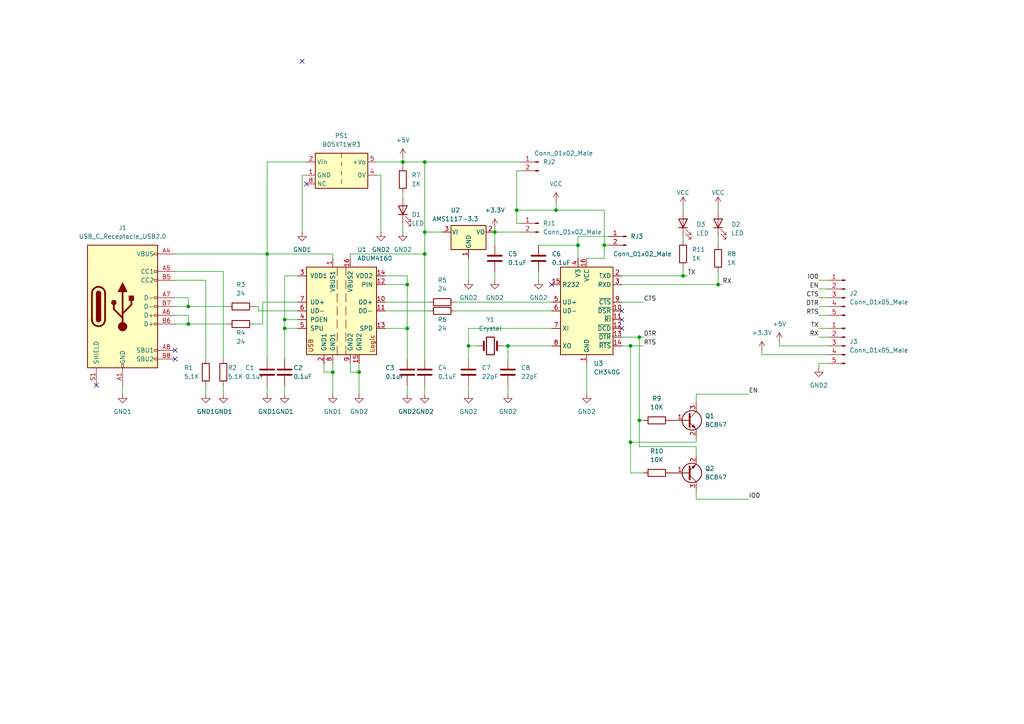
<source format=kicad_sch>
(kicad_sch (version 20211123) (generator eeschema)
  (paper "A4")
  (title_block (title "HIL-00 ISOLATED USB TO TTL"))
  (lib_symbols
    (symbol "Connector:Conn_01x02_Male" (pin_names (offset 1.016) hide)
      (property "Reference" "J" (at 0 2.54 0))
      (property "Value" "Conn_01x02_Male" (at 0 -5.08 0))
      (symbol "Conn_01x02_Male_1_1"
        (polyline (pts (xy 1.27 -2.54) (xy 0.8636 -2.54)) (stroke (width 0.1524)))
        (polyline (pts (xy 1.27 0) (xy 0.8636 0)) (stroke (width 0.1524)))
        (rectangle (start 0.8636 -2.413) (end 0 -2.667) (stroke (width 0.1524)) (fill (type outline)))
        (rectangle (start 0.8636 0.127) (end 0 -0.127) (stroke (width 0.1524)) (fill (type outline)))
        (pin passive line (at 5.08 0 180) (length 3.81) (name "Pin_1") (number "1"))
        (pin passive line (at 5.08 -2.54 180) (length 3.81) (name "Pin_2") (number "2"))
      )
    )
    (symbol "Connector:Conn_01x05_Male" (pin_names (offset 1.016) hide)
      (property "Reference" "J" (at 0 7.62 0))
      (property "Value" "Conn_01x05_Male" (at 0 -7.62 0))
      (symbol "Conn_01x05_Male_1_1"
        (polyline (pts (xy 1.27 -5.08) (xy 0.8636 -5.08)) (stroke (width 0.1524)))
        (polyline (pts (xy 1.27 -2.54) (xy 0.8636 -2.54)) (stroke (width 0.1524)))
        (polyline (pts (xy 1.27 0) (xy 0.8636 0)) (stroke (width 0.1524)))
        (polyline (pts (xy 1.27 2.54) (xy 0.8636 2.54)) (stroke (width 0.1524)))
        (polyline (pts (xy 1.27 5.08) (xy 0.8636 5.08)) (stroke (width 0.1524)))
        (rectangle (start 0.8636 -4.953) (end 0 -5.207) (stroke (width 0.1524)) (fill (type outline)))
        (rectangle (start 0.8636 -2.413) (end 0 -2.667) (stroke (width 0.1524)) (fill (type outline)))
        (rectangle (start 0.8636 0.127) (end 0 -0.127) (stroke (width 0.1524)) (fill (type outline)))
        (rectangle (start 0.8636 2.667) (end 0 2.413) (stroke (width 0.1524)) (fill (type outline)))
        (rectangle (start 0.8636 5.207) (end 0 4.953) (stroke (width 0.1524)) (fill (type outline)))
        (pin passive line (at 5.08 5.08 180) (length 3.81) (name "Pin_1") (number "1"))
        (pin passive line (at 5.08 2.54 180) (length 3.81) (name "Pin_2") (number "2"))
        (pin passive line (at 5.08 0 180) (length 3.81) (name "Pin_3") (number "3"))
        (pin passive line (at 5.08 -2.54 180) (length 3.81) (name "Pin_4") (number "4"))
        (pin passive line (at 5.08 -5.08 180) (length 3.81) (name "Pin_5") (number "5"))
      )
    )
    (symbol "Connector:USB_C_Receptacle_USB2.0" (pin_names (offset 1.016))
      (property "Reference" "J" (at -10.16 19.05 0))
      (property "Value" "USB_C_Receptacle_USB2.0" (at 19.05 19.05 0))
      (symbol "USB_C_Receptacle_USB2.0_0_0"
        (rectangle (start -0.254 -17.78) (end 0.254 -16.764))
        (rectangle (start 10.16 -14.986) (end 9.144 -15.494))
        (rectangle (start 10.16 -12.446) (end 9.144 -12.954))
        (rectangle (start 10.16 -4.826) (end 9.144 -5.334))
        (rectangle (start 10.16 -2.286) (end 9.144 -2.794))
        (rectangle (start 10.16 0.254) (end 9.144 -0.254))
        (rectangle (start 10.16 2.794) (end 9.144 2.286))
        (rectangle (start 10.16 7.874) (end 9.144 7.366))
        (rectangle (start 10.16 10.414) (end 9.144 9.906))
        (rectangle (start 10.16 15.494) (end 9.144 14.986))
      )
      (symbol "USB_C_Receptacle_USB2.0_0_1"
        (rectangle (start -10.16 17.78) (end 10.16 -17.78) (stroke (width 0.254)) (fill (type background)))
        (arc (start -8.89 -3.81) (mid -6.985 -5.715) (end -5.08 -3.81) (stroke (width 0.508)))
        (arc (start -7.62 -3.81) (mid -6.985 -4.445) (end -6.35 -3.81) (stroke (width 0.254)))
        (arc (start -7.62 -3.81) (mid -6.985 -4.445) (end -6.35 -3.81) (stroke (width 0.254)) (fill (type outline)))
        (rectangle (start -7.62 -3.81) (end -6.35 3.81) (stroke (width 0.254)) (fill (type outline)))
        (arc (start -6.35 3.81) (mid -6.985 4.445) (end -7.62 3.81) (stroke (width 0.254)))
        (arc (start -6.35 3.81) (mid -6.985 4.445) (end -7.62 3.81) (stroke (width 0.254)) (fill (type outline)))
        (arc (start -5.08 3.81) (mid -6.985 5.715) (end -8.89 3.81) (stroke (width 0.508)))
        (circle (center -2.54 1.143) (radius 0.635) (stroke (width 0.254)) (fill (type outline)))
        (circle (center 0 -5.842) (radius 1.27) (fill (type outline)))
        (polyline (pts (xy -8.89 -3.81) (xy -8.89 3.81)) (stroke (width 0.508)))
        (polyline (pts (xy -5.08 3.81) (xy -5.08 -3.81)) (stroke (width 0.508)))
        (polyline (pts (xy 0 -5.842) (xy 0 4.318)) (stroke (width 0.508)))
        (polyline (pts (xy 0 -3.302) (xy -2.54 -0.762) (xy -2.54 0.508)) (stroke (width 0.508)))
        (polyline (pts (xy 0 -2.032) (xy 2.54 0.508) (xy 2.54 1.778)) (stroke (width 0.508)))
        (polyline (pts (xy -1.27 4.318) (xy 0 6.858) (xy 1.27 4.318) (xy -1.27 4.318)) (stroke (width 0.254)) (fill (type outline)))
        (rectangle (start 1.905 1.778) (end 3.175 3.048) (stroke (width 0.254)) (fill (type outline)))
      )
      (symbol "USB_C_Receptacle_USB2.0_1_1"
        (pin passive line (at 0 -22.86 90) (length 5.08) (name "GND") (number "A1"))
        (pin passive line (at 0 -22.86 90) (length 5.08) hide (name "GND") (number "A12"))
        (pin passive line (at 15.24 15.24 180) (length 5.08) (name "VBUS") (number "A4"))
        (pin bidirectional line (at 15.24 10.16 180) (length 5.08) (name "CC1") (number "A5"))
        (pin bidirectional line (at 15.24 -2.54 180) (length 5.08) (name "D+") (number "A6"))
        (pin bidirectional line (at 15.24 2.54 180) (length 5.08) (name "D-") (number "A7"))
        (pin bidirectional line (at 15.24 -12.7 180) (length 5.08) (name "SBU1") (number "A8"))
        (pin passive line (at 15.24 15.24 180) (length 5.08) hide (name "VBUS") (number "A9"))
        (pin passive line (at 0 -22.86 90) (length 5.08) hide (name "GND") (number "B1"))
        (pin passive line (at 0 -22.86 90) (length 5.08) hide (name "GND") (number "B12"))
        (pin passive line (at 15.24 15.24 180) (length 5.08) hide (name "VBUS") (number "B4"))
        (pin bidirectional line (at 15.24 7.62 180) (length 5.08) (name "CC2") (number "B5"))
        (pin bidirectional line (at 15.24 -5.08 180) (length 5.08) (name "D+") (number "B6"))
        (pin bidirectional line (at 15.24 0 180) (length 5.08) (name "D-") (number "B7"))
        (pin bidirectional line (at 15.24 -15.24 180) (length 5.08) (name "SBU2") (number "B8"))
        (pin passive line (at 15.24 15.24 180) (length 5.08) hide (name "VBUS") (number "B9"))
        (pin passive line (at -7.62 -22.86 90) (length 5.08) (name "SHIELD") (number "S1"))
      )
    )
    (symbol "Converter_DCDC_SMD:B05XT1WR3"
      (property "Reference" "PS" (at -7.62 6.35 0))
      (property "Value" "B05XT1WR3" (at 1.27 6.35 0))
      (symbol "B05XT1WR3_0_0"
        (pin power_in line (at -10.16 -1.27 0) (length 2.54) (name "GND") (number "1"))
        (pin power_in line (at -10.16 2.54 0) (length 2.54) (name "Vin") (number "2"))
        (pin power_out line (at 10.16 -1.27 180) (length 2.54) (name "0V") (number "4"))
        (pin power_out line (at 10.16 2.54 180) (length 2.54) (name "+Vo") (number "5"))
        (pin power_in line (at -10.16 -3.81 0) (length 2.54) (name "NC") (number "8"))
      )
      (symbol "B05XT1WR3_0_1"
        (rectangle (start -7.62 5.08) (end 7.62 -5.08) (stroke (width 0.254)) (fill (type background)))
        (polyline (pts (xy 0 -2.54) (xy 0 -3.81)))
        (polyline (pts (xy 0 0) (xy 0 -1.27)))
        (polyline (pts (xy 0 2.54) (xy 0 1.27)))
        (polyline (pts (xy 0 5.08) (xy 0 3.81)))
      )
    )
    (symbol "Device:C" (pin_numbers hide) (pin_names (offset 0.254))
      (property "Reference" "C" (at 0.635 2.54 0))
      (property "Value" "C" (at 0.635 -2.54 0))
      (symbol "C_0_1"
        (polyline (pts (xy -2.032 -0.762) (xy 2.032 -0.762)) (stroke (width 0.508)))
        (polyline (pts (xy -2.032 0.762) (xy 2.032 0.762)) (stroke (width 0.508)))
      )
      (symbol "C_1_1"
        (pin passive line (at 0 3.81 270) (length 2.794) (name "~") (number "1"))
        (pin passive line (at 0 -3.81 90) (length 2.794) (name "~") (number "2"))
      )
    )
    (symbol "Device:Crystal" (pin_numbers hide) (pin_names (offset 1.016) hide)
      (property "Reference" "Y" (at 0 3.81 0))
      (property "Value" "Crystal" (at 0 -3.81 0))
      (symbol "Crystal_0_1"
        (rectangle (start -1.143 2.54) (end 1.143 -2.54) (stroke (width 0.3048)))
        (polyline (pts (xy -2.54 0) (xy -1.905 0)))
        (polyline (pts (xy -1.905 -1.27) (xy -1.905 1.27)) (stroke (width 0.508)))
        (polyline (pts (xy 1.905 -1.27) (xy 1.905 1.27)) (stroke (width 0.508)))
        (polyline (pts (xy 2.54 0) (xy 1.905 0)))
      )
      (symbol "Crystal_1_1"
        (pin passive line (at -3.81 0 0) (length 1.27) (name "1") (number "1"))
        (pin passive line (at 3.81 0 180) (length 1.27) (name "2") (number "2"))
      )
    )
    (symbol "Device:LED" (pin_numbers hide) (pin_names (offset 1.016) hide)
      (property "Reference" "D" (at 0 2.54 0))
      (property "Value" "LED" (at 0 -2.54 0))
      (symbol "LED_0_1"
        (polyline (pts (xy -1.27 -1.27) (xy -1.27 1.27)) (stroke (width 0.254)))
        (polyline (pts (xy -1.27 0) (xy 1.27 0)))
        (polyline (pts (xy 1.27 -1.27) (xy 1.27 1.27) (xy -1.27 0) (xy 1.27 -1.27)) (stroke (width 0.254)))
        (polyline (pts (xy -3.048 -0.762) (xy -4.572 -2.286) (xy -3.81 -2.286) (xy -4.572 -2.286) (xy -4.572 -1.524)))
        (polyline (pts (xy -1.778 -0.762) (xy -3.302 -2.286) (xy -2.54 -2.286) (xy -3.302 -2.286) (xy -3.302 -1.524)))
      )
      (symbol "LED_1_1"
        (pin passive line (at -3.81 0 0) (length 2.54) (name "K") (number "1"))
        (pin passive line (at 3.81 0 180) (length 2.54) (name "A") (number "2"))
      )
    )
    (symbol "Device:R" (pin_numbers hide) (pin_names (offset 0))
      (property "Reference" "R" (at 2.032 0 90))
      (property "Value" "R" (at 0 0 90))
      (symbol "R_0_1"
        (rectangle (start -1.016 -2.54) (end 1.016 2.54) (stroke (width 0.254)))
      )
      (symbol "R_1_1"
        (pin passive line (at 0 3.81 270) (length 1.27) (name "~") (number "1"))
        (pin passive line (at 0 -3.81 90) (length 1.27) (name "~") (number "2"))
      )
    )
    (symbol "Interface_USB:ADUM4160" (pin_names (offset 1.016))
      (property "Reference" "U" (at -10.16 13.97 0))
      (property "Value" "ADUM4160" (at 3.81 13.97 0))
      (symbol "ADUM4160_0_0"
        (text "Logic" (at 8.89 -12.065 900) (effects (font (size 1.27 1.27)) (justify left)))
      )
      (symbol "ADUM4160_0_1"
        (rectangle (start -10.16 12.7) (end 10.16 -12.7) (stroke (width 0.254)) (fill (type background)))
        (polyline (pts (xy -1.27 -10.16) (xy -1.27 -12.7)))
        (polyline (pts (xy -1.27 -6.35) (xy -1.27 -8.89)))
        (polyline (pts (xy -1.27 -2.54) (xy -1.27 -5.08)))
        (polyline (pts (xy -1.27 1.27) (xy -1.27 -1.27)))
        (polyline (pts (xy -1.27 5.08) (xy -1.27 2.54)))
        (polyline (pts (xy -1.27 8.89) (xy -1.27 6.35)))
        (polyline (pts (xy -1.27 12.7) (xy -1.27 10.16)))
        (polyline (pts (xy 1.27 -10.16) (xy 1.27 -12.7)))
        (polyline (pts (xy 1.27 -6.35) (xy 1.27 -8.89)))
        (polyline (pts (xy 1.27 -2.54) (xy 1.27 -5.08)))
        (polyline (pts (xy 1.27 1.27) (xy 1.27 -1.27)))
        (polyline (pts (xy 1.27 5.08) (xy 1.27 2.54)))
        (polyline (pts (xy 1.27 8.89) (xy 1.27 6.35)))
        (polyline (pts (xy 1.27 12.7) (xy 1.27 10.16)))
      )
      (symbol "ADUM4160_1_0"
        (text "USB" (at -8.89 -12.065 900) (effects (font (size 1.27 1.27)) (justify left)))
      )
      (symbol "ADUM4160_1_1"
        (pin power_in line (at -2.54 15.24 270) (length 2.54) (name "VBUS1") (number "1"))
        (pin bidirectional line (at 12.7 2.54 180) (length 2.54) (name "DD+") (number "10"))
        (pin bidirectional line (at 12.7 0 180) (length 2.54) (name "DD-") (number "11"))
        (pin input line (at 12.7 7.62 180) (length 2.54) (name "PIN") (number "12"))
        (pin input line (at 12.7 -5.08 180) (length 2.54) (name "SPD") (number "13"))
        (pin power_in line (at 12.7 10.16 180) (length 2.54) (name "VDD2") (number "14"))
        (pin power_in line (at 5.08 -15.24 90) (length 2.54) (name "GND2") (number "15"))
        (pin power_in line (at 2.54 15.24 270) (length 2.54) (name "VBUS2") (number "16"))
        (pin power_in line (at -5.08 -15.24 90) (length 2.54) (name "GND1") (number "2"))
        (pin power_in line (at -12.7 10.16 0) (length 2.54) (name "VDD1") (number "3"))
        (pin input line (at -12.7 -2.54 0) (length 2.54) (name "PDEN") (number "4"))
        (pin input line (at -12.7 -5.08 0) (length 2.54) (name "SPU") (number "5"))
        (pin bidirectional line (at -12.7 0 0) (length 2.54) (name "UD-") (number "6"))
        (pin bidirectional line (at -12.7 2.54 0) (length 2.54) (name "UD+") (number "7"))
        (pin power_in line (at -2.54 -15.24 90) (length 2.54) (name "GND1") (number "8"))
        (pin power_in line (at 2.54 -15.24 90) (length 2.54) (name "GND2") (number "9"))
      )
    )
    (symbol "Interface_USB:CH340G"
      (property "Reference" "U" (at -5.08 13.97 0))
      (property "Value" "CH340G" (at 1.27 13.97 0))
      (symbol "CH340G_0_1"
        (rectangle (start -7.62 12.7) (end 7.62 -12.7) (stroke (width 0.254)) (fill (type background)))
      )
      (symbol "CH340G_1_1"
        (pin power_in line (at 0 -15.24 90) (length 2.54) (name "GND") (number "1"))
        (pin input line (at 10.16 0 180) (length 2.54) (name "~{DSR}") (number "10"))
        (pin input line (at 10.16 -2.54 180) (length 2.54) (name "~{RI}") (number "11"))
        (pin input line (at 10.16 -5.08 180) (length 2.54) (name "~{DCD}") (number "12"))
        (pin output line (at 10.16 -7.62 180) (length 2.54) (name "~{DTR}") (number "13"))
        (pin output line (at 10.16 -10.16 180) (length 2.54) (name "~{RTS}") (number "14"))
        (pin input line (at -10.16 7.62 0) (length 2.54) (name "R232") (number "15"))
        (pin power_in line (at 0 15.24 270) (length 2.54) (name "VCC") (number "16"))
        (pin output line (at 10.16 10.16 180) (length 2.54) (name "TXD") (number "2"))
        (pin input line (at 10.16 7.62 180) (length 2.54) (name "RXD") (number "3"))
        (pin passive line (at -2.54 15.24 270) (length 2.54) (name "V3") (number "4"))
        (pin bidirectional line (at -10.16 2.54 0) (length 2.54) (name "UD+") (number "5"))
        (pin bidirectional line (at -10.16 0 0) (length 2.54) (name "UD-") (number "6"))
        (pin input line (at -10.16 -5.08 0) (length 2.54) (name "XI") (number "7"))
        (pin output line (at -10.16 -10.16 0) (length 2.54) (name "XO") (number "8"))
        (pin input line (at 10.16 2.54 180) (length 2.54) (name "~{CTS}") (number "9"))
      )
    )
    (symbol "Regulator_Linear:AMS1117-3.3" (pin_names (offset 0.254))
      (property "Reference" "U" (at -3.81 3.175 0))
      (property "Value" "AMS1117-3.3" (at 0 3.175 0))
      (symbol "AMS1117-3.3_0_1"
        (rectangle (start -5.08 -5.08) (end 5.08 1.905) (stroke (width 0.254)) (fill (type background)))
      )
      (symbol "AMS1117-3.3_1_1"
        (pin power_in line (at 0 -7.62 90) (length 2.54) (name "GND") (number "1"))
        (pin power_out line (at 7.62 0 180) (length 2.54) (name "VO") (number "2"))
        (pin power_in line (at -7.62 0 0) (length 2.54) (name "VI") (number "3"))
      )
    )
    (symbol "Transistor_BJT:BC847" (pin_names (offset 0) hide)
      (property "Reference" "Q" (at 5.08 1.905 0))
      (property "Value" "BC847" (at 5.08 0 0))
      (symbol "BC847_0_1"
        (polyline (pts (xy 0.635 0.635) (xy 2.54 2.54)))
        (polyline (pts (xy 0.635 -0.635) (xy 2.54 -2.54) (xy 2.54 -2.54)))
        (polyline (pts (xy 0.635 1.905) (xy 0.635 -1.905) (xy 0.635 -1.905)) (stroke (width 0.508)))
        (polyline (pts (xy 1.27 -1.778) (xy 1.778 -1.27) (xy 2.286 -2.286) (xy 1.27 -1.778) (xy 1.27 -1.778)) (fill (type outline)))
        (circle (center 1.27 0) (radius 2.8194) (stroke (width 0.254)))
      )
      (symbol "BC847_1_1"
        (pin input line (at -5.08 0 0) (length 5.715) (name "B") (number "1"))
        (pin passive line (at 2.54 -5.08 90) (length 2.54) (name "E") (number "2"))
        (pin passive line (at 2.54 5.08 270) (length 2.54) (name "C") (number "3"))
      )
    )
    (symbol "power:+3.3V" (power) (pin_names (offset 0))
      (property "Value" "+3.3V" (at 0 3.556 0))
      (symbol "+3.3V_0_1"
        (polyline (pts (xy -0.762 1.27) (xy 0 2.54)))
        (polyline (pts (xy 0 0) (xy 0 2.54)))
        (polyline (pts (xy 0 2.54) (xy 0.762 1.27)))
      )
      (symbol "+3.3V_1_1"
        (pin power_in line (at 0 0 90) (length 0) hide (name "+3.3V") (number "1"))
      )
    )
    (symbol "power:+5V" (power) (pin_names (offset 0))
      (property "Value" "+5V" (at 0 3.556 0))
      (symbol "+5V_0_1"
        (polyline (pts (xy -0.762 1.27) (xy 0 2.54)))
        (polyline (pts (xy 0 0) (xy 0 2.54)))
        (polyline (pts (xy 0 2.54) (xy 0.762 1.27)))
      )
      (symbol "+5V_1_1"
        (pin power_in line (at 0 0 90) (length 0) hide (name "+5V") (number "1"))
      )
    )
    (symbol "power:GND1" (power) (pin_names (offset 0))
      (property "Value" "GND1" (at 0 -3.81 0))
      (symbol "GND1_0_1"
        (polyline (pts (xy 0 0) (xy 0 -1.27) (xy 1.27 -1.27) (xy 0 -2.54) (xy -1.27 -1.27) (xy 0 -1.27)))
      )
      (symbol "GND1_1_1"
        (pin power_in line (at 0 0 270) (length 0) hide (name "GND1") (number "1"))
      )
    )
    (symbol "power:GND2" (power) (pin_names (offset 0))
      (property "Value" "GND2" (at 0 -3.81 0))
      (symbol "GND2_0_1"
        (polyline (pts (xy 0 0) (xy 0 -1.27) (xy 1.27 -1.27) (xy 0 -2.54) (xy -1.27 -1.27) (xy 0 -1.27)))
      )
      (symbol "GND2_1_1"
        (pin power_in line (at 0 0 270) (length 0) hide (name "GND2") (number "1"))
      )
    )
    (symbol "power:VCC" (power) (pin_names (offset 0))
      (property "Value" "VCC" (at 0 3.81 0))
      (symbol "VCC_0_1"
        (polyline (pts (xy -0.762 1.27) (xy 0 2.54)))
        (polyline (pts (xy 0 0) (xy 0 2.54)))
        (polyline (pts (xy 0 2.54) (xy 0.762 1.27)))
      )
      (symbol "VCC_1_1"
        (pin power_in line (at 0 0 90) (length 0) hide (name "VCC") (number "1"))
      )
    )
  )
  (junction (at 161.29 60.96))
  (junction (at 96.52 107.95))
  (junction (at 185.42 121.92))
  (junction (at 77.47 73.66))
  (junction (at 123.19 73.66))
  (junction (at 82.55 92.71))
  (junction (at 147.32 100.33))
  (junction (at 143.51 67.31))
  (junction (at 167.64 71.12))
  (junction (at 175.26 71.12))
  (junction (at 104.14 107.95))
  (junction (at 123.19 46.99))
  (junction (at 149.86 60.96))
  (junction (at 182.88 100.33))
  (junction (at 118.11 82.55))
  (junction (at 118.11 95.25))
  (junction (at 198.12 80.01))
  (junction (at 182.88 128.27))
  (junction (at 116.84 46.99))
  (junction (at 208.28 82.55))
  (junction (at 54.61 88.9))
  (junction (at 123.19 67.31))
  (junction (at 135.89 100.33))
  (junction (at 185.42 97.79))
  (junction (at 54.61 93.98))
  (junction (at 82.55 95.25))
  (no_connect (at 27.94 111.76))
  (no_connect (at 180.34 92.71))
  (no_connect (at 87.63 17.78))
  (no_connect (at 50.8 104.14))
  (no_connect (at 50.8 101.6))
  (no_connect (at 160.02 82.55))
  (no_connect (at 180.34 95.25))
  (no_connect (at 180.34 90.17))
  (no_connect (at 88.9 53.34))
  (wire (pts (xy 54.61 91.44) (xy 54.61 93.98)))
  (wire (pts (xy 111.76 80.01) (xy 118.11 80.01)))
  (wire (pts (xy 118.11 111.76) (xy 118.11 114.3)))
  (wire (pts (xy 132.08 87.63) (xy 160.02 87.63)))
  (wire (pts (xy 88.9 50.8) (xy 87.63 50.8)))
  (wire (pts (xy 237.49 106.68) (xy 237.49 105.41)))
  (wire (pts (xy 237.49 97.79) (xy 240.03 97.79)))
  (wire (pts (xy 82.55 92.71) (xy 82.55 95.25)))
  (wire (pts (xy 182.88 137.16) (xy 186.69 137.16)))
  (wire (pts (xy 82.55 95.25) (xy 82.55 104.14)))
  (wire (pts (xy 135.89 100.33) (xy 135.89 104.14)))
  (wire (pts (xy 111.76 87.63) (xy 124.46 87.63)))
  (wire (pts (xy 82.55 80.01) (xy 82.55 92.71)))
  (wire (pts (xy 167.64 68.58) (xy 176.53 68.58)))
  (wire (pts (xy 35.56 111.76) (xy 35.56 114.3)))
  (wire (pts (xy 111.76 90.17) (xy 124.46 90.17)))
  (wire (pts (xy 156.21 78.74) (xy 156.21 81.28)))
  (wire (pts (xy 93.98 105.41) (xy 93.98 107.95)))
  (wire (pts (xy 201.93 114.3) (xy 201.93 116.84)))
  (wire (pts (xy 135.89 74.93) (xy 135.89 81.28)))
  (wire (pts (xy 118.11 82.55) (xy 118.11 95.25)))
  (wire (pts (xy 87.63 50.8) (xy 87.63 67.31)))
  (wire (pts (xy 50.8 91.44) (xy 54.61 91.44)))
  (wire (pts (xy 54.61 93.98) (xy 50.8 93.98)))
  (wire (pts (xy 180.34 82.55) (xy 208.28 82.55)))
  (wire (pts (xy 147.32 100.33) (xy 160.02 100.33)))
  (wire (pts (xy 201.93 127) (xy 201.93 128.27)))
  (wire (pts (xy 101.6 107.95) (xy 104.14 107.95)))
  (wire (pts (xy 182.88 128.27) (xy 182.88 137.16)))
  (wire (pts (xy 82.55 80.01) (xy 86.36 80.01)))
  (wire (pts (xy 104.14 105.41) (xy 104.14 107.95)))
  (wire (pts (xy 132.08 90.17) (xy 160.02 90.17)))
  (wire (pts (xy 123.19 67.31) (xy 128.27 67.31)))
  (wire (pts (xy 111.76 82.55) (xy 118.11 82.55)))
  (wire (pts (xy 82.55 92.71) (xy 86.36 92.71)))
  (wire (pts (xy 111.76 95.25) (xy 118.11 95.25)))
  (wire (pts (xy 116.84 55.88) (xy 116.84 57.15)))
  (wire (pts (xy 180.34 80.01) (xy 198.12 80.01)))
  (wire (pts (xy 64.77 111.76) (xy 64.77 114.3)))
  (wire (pts (xy 167.64 71.12) (xy 156.21 71.12)))
  (wire (pts (xy 198.12 59.69) (xy 198.12 60.96)))
  (wire (pts (xy 82.55 95.25) (xy 86.36 95.25)))
  (wire (pts (xy 143.51 78.74) (xy 143.51 81.28)))
  (wire (pts (xy 143.51 66.04) (xy 143.51 67.31)))
  (wire (pts (xy 237.49 86.36) (xy 240.03 86.36)))
  (wire (pts (xy 74.93 90.17) (xy 86.36 90.17)))
  (wire (pts (xy 50.8 73.66) (xy 77.47 73.66)))
  (wire (pts (xy 96.52 107.95) (xy 96.52 114.3)))
  (wire (pts (xy 198.12 80.01) (xy 198.12 77.47)))
  (wire (pts (xy 118.11 80.01) (xy 118.11 82.55)))
  (wire (pts (xy 237.49 95.25) (xy 240.03 95.25)))
  (wire (pts (xy 147.32 111.76) (xy 147.32 114.3)))
  (wire (pts (xy 116.84 64.77) (xy 116.84 67.31)))
  (wire (pts (xy 175.26 60.96) (xy 175.26 71.12)))
  (wire (pts (xy 96.52 73.66) (xy 96.52 74.93)))
  (wire (pts (xy 59.69 111.76) (xy 59.69 114.3)))
  (wire (pts (xy 77.47 111.76) (xy 77.47 114.3)))
  (wire (pts (xy 220.98 101.6) (xy 220.98 102.87)))
  (wire (pts (xy 82.55 111.76) (xy 82.55 114.3)))
  (wire (pts (xy 201.93 114.3) (xy 217.17 114.3)))
  (wire (pts (xy 220.98 102.87) (xy 240.03 102.87)))
  (wire (pts (xy 76.2 87.63) (xy 86.36 87.63)))
  (wire (pts (xy 237.49 105.41) (xy 240.03 105.41)))
  (wire (pts (xy 116.84 46.99) (xy 123.19 46.99)))
  (wire (pts (xy 109.22 50.8) (xy 110.49 50.8)))
  (wire (pts (xy 50.8 86.36) (xy 54.61 86.36)))
  (wire (pts (xy 110.49 50.8) (xy 110.49 67.31)))
  (wire (pts (xy 77.47 46.99) (xy 77.47 73.66)))
  (wire (pts (xy 201.93 129.54) (xy 185.42 129.54)))
  (wire (pts (xy 54.61 88.9) (xy 50.8 88.9)))
  (wire (pts (xy 237.49 83.82) (xy 240.03 83.82)))
  (wire (pts (xy 123.19 111.76) (xy 123.19 114.3)))
  (wire (pts (xy 208.28 68.58) (xy 208.28 71.12)))
  (wire (pts (xy 64.77 78.74) (xy 64.77 104.14)))
  (wire (pts (xy 182.88 100.33) (xy 186.69 100.33)))
  (wire (pts (xy 198.12 80.01) (xy 199.39 80.01)))
  (wire (pts (xy 149.86 64.77) (xy 151.13 64.77)))
  (wire (pts (xy 135.89 111.76) (xy 135.89 114.3)))
  (wire (pts (xy 237.49 81.28) (xy 240.03 81.28)))
  (wire (pts (xy 54.61 86.36) (xy 54.61 88.9)))
  (wire (pts (xy 101.6 74.93) (xy 101.6 73.66)))
  (wire (pts (xy 77.47 73.66) (xy 96.52 73.66)))
  (wire (pts (xy 146.05 100.33) (xy 147.32 100.33)))
  (wire (pts (xy 109.22 46.99) (xy 116.84 46.99)))
  (wire (pts (xy 149.86 60.96) (xy 149.86 64.77)))
  (wire (pts (xy 185.42 97.79) (xy 186.69 97.79)))
  (wire (pts (xy 147.32 100.33) (xy 147.32 104.14)))
  (wire (pts (xy 175.26 74.93) (xy 170.18 74.93)))
  (wire (pts (xy 93.98 107.95) (xy 96.52 107.95)))
  (wire (pts (xy 76.2 93.98) (xy 76.2 87.63)))
  (wire (pts (xy 201.93 144.78) (xy 201.93 142.24)))
  (wire (pts (xy 138.43 100.33) (xy 135.89 100.33)))
  (wire (pts (xy 123.19 67.31) (xy 123.19 73.66)))
  (wire (pts (xy 73.66 93.98) (xy 76.2 93.98)))
  (wire (pts (xy 208.28 82.55) (xy 209.55 82.55)))
  (wire (pts (xy 208.28 82.55) (xy 208.28 78.74)))
  (wire (pts (xy 180.34 97.79) (xy 185.42 97.79)))
  (wire (pts (xy 59.69 81.28) (xy 59.69 104.14)))
  (wire (pts (xy 185.42 121.92) (xy 186.69 121.92)))
  (wire (pts (xy 201.93 129.54) (xy 201.93 132.08)))
  (wire (pts (xy 182.88 100.33) (xy 182.88 128.27)))
  (wire (pts (xy 123.19 73.66) (xy 123.19 104.14)))
  (wire (pts (xy 101.6 73.66) (xy 123.19 73.66)))
  (wire (pts (xy 123.19 46.99) (xy 151.13 46.99)))
  (wire (pts (xy 161.29 60.96) (xy 175.26 60.96)))
  (wire (pts (xy 237.49 91.44) (xy 240.03 91.44)))
  (wire (pts (xy 50.8 78.74) (xy 64.77 78.74)))
  (wire (pts (xy 167.64 74.93) (xy 167.64 71.12)))
  (wire (pts (xy 54.61 88.9) (xy 66.04 88.9)))
  (wire (pts (xy 104.14 107.95) (xy 104.14 114.3)))
  (wire (pts (xy 167.64 71.12) (xy 167.64 68.58)))
  (wire (pts (xy 74.93 88.9) (xy 74.93 90.17)))
  (wire (pts (xy 118.11 95.25) (xy 118.11 104.14)))
  (wire (pts (xy 201.93 144.78) (xy 217.17 144.78)))
  (wire (pts (xy 175.26 71.12) (xy 175.26 74.93)))
  (wire (pts (xy 185.42 97.79) (xy 185.42 121.92)))
  (wire (pts (xy 101.6 105.41) (xy 101.6 107.95)))
  (wire (pts (xy 135.89 95.25) (xy 135.89 100.33)))
  (wire (pts (xy 96.52 105.41) (xy 96.52 107.95)))
  (wire (pts (xy 161.29 58.42) (xy 161.29 60.96)))
  (wire (pts (xy 175.26 71.12) (xy 176.53 71.12)))
  (wire (pts (xy 180.34 100.33) (xy 182.88 100.33)))
  (wire (pts (xy 208.28 59.69) (xy 208.28 60.96)))
  (wire (pts (xy 143.51 67.31) (xy 151.13 67.31)))
  (wire (pts (xy 116.84 45.72) (xy 116.84 46.99)))
  (wire (pts (xy 116.84 46.99) (xy 116.84 48.26)))
  (wire (pts (xy 54.61 93.98) (xy 66.04 93.98)))
  (wire (pts (xy 201.93 128.27) (xy 182.88 128.27)))
  (wire (pts (xy 88.9 46.99) (xy 77.47 46.99)))
  (wire (pts (xy 149.86 49.53) (xy 149.86 60.96)))
  (wire (pts (xy 149.86 60.96) (xy 161.29 60.96)))
  (wire (pts (xy 226.06 99.06) (xy 226.06 100.33)))
  (wire (pts (xy 237.49 88.9) (xy 240.03 88.9)))
  (wire (pts (xy 226.06 100.33) (xy 240.03 100.33)))
  (wire (pts (xy 180.34 87.63) (xy 186.69 87.63)))
  (wire (pts (xy 77.47 73.66) (xy 77.47 104.14)))
  (wire (pts (xy 143.51 67.31) (xy 143.51 71.12)))
  (wire (pts (xy 198.12 68.58) (xy 198.12 69.85)))
  (wire (pts (xy 123.19 46.99) (xy 123.19 67.31)))
  (wire (pts (xy 170.18 105.41) (xy 170.18 114.3)))
  (wire (pts (xy 73.66 88.9) (xy 74.93 88.9)))
  (wire (pts (xy 50.8 81.28) (xy 59.69 81.28)))
  (wire (pts (xy 185.42 129.54) (xy 185.42 121.92)))
  (wire (pts (xy 149.86 49.53) (xy 151.13 49.53)))
  (wire (pts (xy 160.02 95.25) (xy 135.89 95.25)))
  (label "RX" (at 209.55 82.55 0))
  (label "RTS" (at 237.49 91.44 180))
  (label "TX" (at 199.39 80.01 0))
  (label "DTR" (at 237.49 88.9 180))
  (label "IO0" (at 217.17 144.78 0))
  (label "CTS" (at 186.69 87.63 0))
  (label "RTS" (at 186.69 100.33 0))
  (label "TX" (at 237.49 95.25 180))
  (label "EN" (at 217.17 114.3 0))
  (label "RX" (at 237.49 97.79 180))
  (label "IO0" (at 237.49 81.28 180))
  (label "EN" (at 237.49 83.82 180))
  (label "CTS" (at 237.49 86.36 180))
  (label "DTR" (at 186.69 97.79 0))
  (symbol (lib_id "Device:C") (at 82.55 107.95 0) (unit 1)
    (property "Reference" "C2" (at 85.09 106.68 0) (effects (justify left)))
    (property "Value" "0.1uF" (at 85.09 109.22 0) (effects (justify left)))
    (property "Footprint" "Capacitor_SMD:C_0805_2012Metric_Pad1.18x1.45mm_HandSolder" (effects hide))
  )
  (symbol (lib_id "Regulator_Linear:AMS1117-3.3") (at 135.89 67.31 0) (unit 1)
    (property "Reference" "U2" (at 132.08 60.96 0))
    (property "Value" "AMS1117-3.3" (at 132.08 63.5 0))
    (property "Footprint" "Package_TO_SOT_SMD:SOT-223-3_TabPin2" (effects hide))
    (property "Datasheet" "http://www.advanced-monolithic.com/pdf/ds1117.pdf" (effects hide))
  )
  (symbol (lib_id "Device:C") (at 156.21 74.93 0) (unit 1)
    (property "Reference" "C6" (at 160.02 73.6599 0) (effects (justify left)))
    (property "Value" "0.1uF" (at 160.02 76.1999 0) (effects (justify left)))
    (property "Footprint" "Capacitor_SMD:C_0805_2012Metric_Pad1.18x1.45mm_HandSolder" (effects hide))
  )
  (symbol (lib_id "Device:C") (at 143.51 74.93 0) (unit 1)
    (property "Reference" "C5" (at 147.32 73.6599 0) (effects (justify left)))
    (property "Value" "0.1uF" (at 147.32 76.1999 0) (effects (justify left)))
    (property "Footprint" "Capacitor_SMD:C_0805_2012Metric_Pad1.18x1.45mm_HandSolder" (effects hide))
  )
  (symbol (lib_id "power:GND2") (at 116.84 67.31 0) (unit 1)
    (property "Reference" "#PWR0118" (effects hide))
    (property "Value" "GND2" (at 116.84 72.39 0))
  )
  (symbol (lib_id "power:GND2") (at 143.51 81.28 0) (unit 1)
    (property "Reference" "#PWR0116" (effects hide))
    (property "Value" "GND2" (at 143.51 86.36 0))
  )
  (symbol (lib_id "power:GND1") (at 82.55 114.3 0) (unit 1)
    (property "Reference" "#PWR0102" (effects hide))
    (property "Value" "GND1" (at 82.55 119.38 0))
  )
  (symbol (lib_id "power:GND2") (at 110.49 67.31 0) (unit 1)
    (property "Reference" "#PWR0112" (effects hide))
    (property "Value" "GND2" (at 110.49 72.39 0))
  )
  (symbol (lib_id "power:GND1") (at 87.63 67.31 0) (unit 1)
    (property "Reference" "#PWR0111" (effects hide))
    (property "Value" "GND1" (at 87.63 72.39 0))
  )
  (symbol (lib_id "Device:R") (at 198.12 73.66 0) (unit 1)
    (property "Reference" "R11" (at 200.66 72.3899 0) (effects (justify left)))
    (property "Value" "1K" (at 200.66 74.9299 0) (effects (justify left)))
    (property "Footprint" "Resistor_SMD:R_0805_2012Metric_Pad1.20x1.40mm_HandSolder" (effects hide))
  )
  (symbol (lib_id "Transistor_BJT:BC847") (at 199.39 137.16 0) (mirror x) (unit 1)
    (property "Reference" "Q2" (at 204.47 135.8899 0) (effects (justify left)))
    (property "Value" "BC847" (at 204.47 138.43 0) (effects (justify left)))
    (property "Footprint" "Package_TO_SOT_SMD:SOT-23" (effects hide))
    (property "Datasheet" "http://www.infineon.com/dgdl/Infineon-BC847SERIES_BC848SERIES_BC849SERIES_BC850SERIES-DS-v01_01-en.pdf?fileId=db3a304314dca389011541d4630a1657" (effects hide))
  )
  (symbol (lib_id "power:GND2") (at 237.49 106.68 0) (unit 1)
    (property "Reference" "#PWR0124" (effects hide))
    (property "Value" "GND2" (at 237.49 111.76 0))
  )
  (symbol (lib_id "Connector:USB_C_Receptacle_USB2.0") (at 35.56 88.9 0) (unit 1)
    (property "Reference" "J1" (at 35.56 66.04 0))
    (property "Value" "USB_C_Receptacle_USB2.0" (at 35.56 68.58 0))
    (property "Footprint" "Connector_USB:USB_C_Receptacle_HRO_TYPE-C-31-M-12" (effects hide))
    (property "Datasheet" "https://www.usb.org/sites/default/files/documents/usb_type-c.zip" (effects hide))
  )
  (symbol (lib_id "Converter_DCDC_SMD:B05XT1WR3") (at 99.06 49.53 0) (unit 1)
    (property "Reference" "PS1" (at 99.06 39.37 0))
    (property "Value" "B05XT1WR3" (at 99.06 41.91 0))
    (property "Footprint" "Converter_DCDC_SMD:Converter_DCDC_Mornsun_B05_XT_1WR3_SMD" (effects hide))
    (property "Datasheet" "https://mornsun-power.com/html/pdf/B0505XT-1WR3.html" (effects hide))
  )
  (symbol (lib_id "Device:C") (at 123.19 107.95 0) (unit 1)
    (property "Reference" "C4" (at 127 106.6799 0) (effects (justify left)))
    (property "Value" "0.1uF" (at 127 109.2199 0) (effects (justify left)))
    (property "Footprint" "Capacitor_SMD:C_0805_2012Metric_Pad1.18x1.45mm_HandSolder" (effects hide))
  )
  (symbol (lib_id "Connector:Conn_01x05_Male") (at 245.11 86.36 0) (mirror y) (unit 1)
    (property "Reference" "J2" (at 246.38 85.0899 0) (effects (justify right)))
    (property "Value" "Conn_01x05_Male" (at 246.38 87.6299 0) (effects (justify right)))
    (property "Footprint" "TerminalBlock_4Ucon:TerminalBlock_4Ucon_1x05_P3.50mm_Horizontal" (effects hide))
  )
  (symbol (lib_id "Device:C") (at 135.89 107.95 0) (unit 1)
    (property "Reference" "C7" (at 139.7 106.6799 0) (effects (justify left)))
    (property "Value" "22pF" (at 139.7 109.2199 0) (effects (justify left)))
    (property "Footprint" "Capacitor_SMD:C_0805_2012Metric_Pad1.18x1.45mm_HandSolder" (effects hide))
  )
  (symbol (lib_id "Connector:Conn_01x02_Male") (at 181.61 68.58 0) (mirror y) (unit 1)
    (property "Reference" "RJ3" (at 182.88 68.5799 0) (effects (justify right)))
    (property "Value" "Conn_01x02_Male" (at 177.8 73.66 0) (effects (justify right)))
    (property "Footprint" "Connector_PinHeader_2.54mm:PinHeader_1x02_P2.54mm_Vertical" (effects hide))
  )
  (symbol (lib_id "Transistor_BJT:BC847") (at 199.39 121.92 0) (unit 1)
    (property "Reference" "Q1" (at 204.47 120.6499 0) (effects (justify left)))
    (property "Value" "BC847" (at 204.47 123.1899 0) (effects (justify left)))
    (property "Footprint" "Package_TO_SOT_SMD:SOT-23" (effects hide))
    (property "Datasheet" "http://www.infineon.com/dgdl/Infineon-BC847SERIES_BC848SERIES_BC849SERIES_BC850SERIES-DS-v01_01-en.pdf?fileId=db3a304314dca389011541d4630a1657" (effects hide))
  )
  (symbol (lib_id "power:VCC") (at 161.29 58.42 0) (unit 1)
    (property "Reference" "#PWR0126" (effects hide))
    (property "Value" "VCC" (at 161.29 53.34 0))
  )
  (symbol (lib_id "Device:LED") (at 116.84 60.96 90) (unit 1)
    (property "Reference" "D1" (at 119.38 62.23 90) (effects (justify right)))
    (property "Value" "LED" (at 119.38 64.77 90) (effects (justify right)))
    (property "Footprint" "Diode_SMD:D_0805_2012Metric_Pad1.15x1.40mm_HandSolder" (effects hide))
  )
  (symbol (lib_id "power:+3.3V") (at 143.51 66.04 0) (unit 1)
    (property "Reference" "#PWR0121" (effects hide))
    (property "Value" "+3.3V" (at 143.51 60.96 0))
  )
  (symbol (lib_id "Connector:Conn_01x02_Male") (at 156.21 46.99 0) (mirror y) (unit 1)
    (property "Reference" "RJ2" (at 157.48 46.9899 0) (effects (justify right)))
    (property "Value" "Conn_01x02_Male" (at 154.94 44.45 0) (effects (justify right)))
    (property "Footprint" "Connector_PinHeader_2.54mm:PinHeader_1x02_P2.54mm_Vertical" (effects hide))
  )
  (symbol (lib_id "Connector:Conn_01x02_Male") (at 156.21 64.77 0) (mirror y) (unit 1)
    (property "Reference" "RJ1" (at 157.48 64.7699 0) (effects (justify right)))
    (property "Value" "Conn_01x02_Male" (at 157.48 67.31 0) (effects (justify right)))
    (property "Footprint" "Connector_PinHeader_2.54mm:PinHeader_1x02_P2.54mm_Vertical" (effects hide))
  )
  (symbol (lib_id "Device:R") (at 69.85 93.98 270) (unit 1)
    (property "Reference" "R4" (at 69.85 96.52 90))
    (property "Value" "24" (at 69.85 99.06 90))
    (property "Footprint" "Resistor_SMD:R_0805_2012Metric_Pad1.20x1.40mm_HandSolder" (effects hide))
  )
  (symbol (lib_id "power:GND2") (at 118.11 114.3 0) (unit 1)
    (property "Reference" "#PWR0109" (effects hide))
    (property "Value" "GND2" (at 118.11 119.38 0))
  )
  (symbol (lib_id "Device:R") (at 69.85 88.9 270) (unit 1)
    (property "Reference" "R3" (at 69.85 82.55 90))
    (property "Value" "24" (at 69.85 85.09 90))
    (property "Footprint" "Resistor_SMD:R_0805_2012Metric_Pad1.20x1.40mm_HandSolder" (effects hide))
  )
  (symbol (lib_id "power:GND1") (at 59.69 114.3 0) (unit 1)
    (property "Reference" "#PWR0104" (effects hide))
    (property "Value" "GND1" (at 59.69 119.38 0))
  )
  (symbol (lib_id "power:+5V") (at 116.84 45.72 0) (unit 1)
    (property "Reference" "#PWR0119" (effects hide))
    (property "Value" "+5V" (at 116.84 40.64 0))
  )
  (symbol (lib_id "power:+3.3V") (at 220.98 101.6 0) (unit 1)
    (property "Reference" "#PWR0122" (effects hide))
    (property "Value" "+3.3V" (at 220.98 96.52 0))
  )
  (symbol (lib_id "Connector:Conn_01x05_Male") (at 245.11 100.33 0) (mirror y) (unit 1)
    (property "Reference" "J3" (at 246.38 99.0599 0) (effects (justify right)))
    (property "Value" "Conn_01x05_Male" (at 246.38 101.5999 0) (effects (justify right)))
    (property "Footprint" "TerminalBlock_4Ucon:TerminalBlock_4Ucon_1x05_P3.50mm_Horizontal" (effects hide))
  )
  (symbol (lib_id "power:VCC") (at 198.12 59.69 0) (unit 1)
    (property "Reference" "#PWR0120" (effects hide))
    (property "Value" "VCC" (at 198.12 55.88 0))
  )
  (symbol (lib_id "power:GND2") (at 135.89 114.3 0) (unit 1)
    (property "Reference" "#PWR0113" (effects hide))
    (property "Value" "GND2" (at 135.89 119.38 0))
  )
  (symbol (lib_id "Device:R") (at 59.69 107.95 0) (unit 1)
    (property "Reference" "R1" (at 53.34 106.68 0) (effects (justify left)))
    (property "Value" "5.1K" (at 53.34 109.22 0) (effects (justify left)))
    (property "Footprint" "Resistor_SMD:R_0805_2012Metric_Pad1.20x1.40mm_HandSolder" (effects hide))
  )
  (symbol (lib_id "power:GND1") (at 96.52 114.3 0) (unit 1)
    (property "Reference" "#PWR0108" (effects hide))
    (property "Value" "GND1" (at 96.52 119.38 0))
  )
  (symbol (lib_id "power:GND1") (at 64.77 114.3 0) (unit 1)
    (property "Reference" "#PWR0105" (effects hide))
    (property "Value" "GND1" (at 64.77 119.38 0))
  )
  (symbol (lib_id "power:GND2") (at 147.32 114.3 0) (unit 1)
    (property "Reference" "#PWR0115" (effects hide))
    (property "Value" "GND2" (at 147.32 119.38 0))
  )
  (symbol (lib_id "Device:R") (at 116.84 52.07 180) (unit 1)
    (property "Reference" "R7" (at 119.38 50.7999 0) (effects (justify right)))
    (property "Value" "1K" (at 119.38 53.3399 0) (effects (justify right)))
    (property "Footprint" "Resistor_SMD:R_0805_2012Metric_Pad1.20x1.40mm_HandSolder" (effects hide))
  )
  (symbol (lib_id "Device:C") (at 77.47 107.95 0) (unit 1)
    (property "Reference" "C1" (at 71.12 106.68 0) (effects (justify left)))
    (property "Value" "0.1uF" (at 71.12 109.22 0) (effects (justify left)))
    (property "Footprint" "Capacitor_SMD:C_0805_2012Metric_Pad1.18x1.45mm_HandSolder" (effects hide))
  )
  (symbol (lib_id "Device:C") (at 118.11 107.95 0) (unit 1)
    (property "Reference" "C3" (at 111.76 106.68 0) (effects (justify left)))
    (property "Value" "0.1uF" (at 111.76 109.22 0) (effects (justify left)))
    (property "Footprint" "Capacitor_SMD:C_0805_2012Metric_Pad1.18x1.45mm_HandSolder" (effects hide))
  )
  (symbol (lib_id "Device:R") (at 190.5 137.16 90) (unit 1)
    (property "Reference" "R10" (at 190.5 130.81 90))
    (property "Value" "10K" (at 190.5 133.35 90))
    (property "Footprint" "Resistor_SMD:R_0805_2012Metric_Pad1.20x1.40mm_HandSolder" (effects hide))
  )
  (symbol (lib_id "Device:R") (at 190.5 121.92 90) (unit 1)
    (property "Reference" "R9" (at 190.5 115.57 90))
    (property "Value" "10K" (at 190.5 118.11 90))
    (property "Footprint" "Resistor_SMD:R_0805_2012Metric_Pad1.20x1.40mm_HandSolder" (effects hide))
  )
  (symbol (lib_id "Device:R") (at 128.27 87.63 270) (unit 1)
    (property "Reference" "R5" (at 128.27 81.28 90))
    (property "Value" "24" (at 128.27 83.82 90))
    (property "Footprint" "Resistor_SMD:R_0805_2012Metric_Pad1.20x1.40mm_HandSolder" (effects hide))
  )
  (symbol (lib_id "Device:R") (at 128.27 90.17 270) (unit 1)
    (property "Reference" "R6" (at 128.27 92.71 90))
    (property "Value" "24" (at 128.27 95.25 90))
    (property "Footprint" "Resistor_SMD:R_0805_2012Metric_Pad1.20x1.40mm_HandSolder" (effects hide))
  )
  (symbol (lib_id "Device:C") (at 147.32 107.95 0) (unit 1)
    (property "Reference" "C8" (at 151.13 106.6799 0) (effects (justify left)))
    (property "Value" "22pF" (at 151.13 109.2199 0) (effects (justify left)))
    (property "Footprint" "Capacitor_SMD:C_0805_2012Metric_Pad1.18x1.45mm_HandSolder" (effects hide))
  )
  (symbol (lib_id "Device:LED") (at 198.12 64.77 90) (unit 1)
    (property "Reference" "D3" (at 201.93 65.0874 90) (effects (justify right)))
    (property "Value" "LED" (at 201.93 67.6274 90) (effects (justify right)))
    (property "Footprint" "Diode_SMD:D_0805_2012Metric_Pad1.15x1.40mm_HandSolder" (effects hide))
  )
  (symbol (lib_id "Device:Crystal") (at 142.24 100.33 0) (unit 1)
    (property "Reference" "Y1" (at 142.24 92.71 0))
    (property "Value" "Crystal" (at 142.24 95.25 0))
    (property "Footprint" "Crystal_SMD:Crystal_SMD_HC49-SD_HandSoldering_Compact" (effects hide))
  )
  (symbol (lib_id "power:GND2") (at 123.19 114.3 0) (unit 1)
    (property "Reference" "#PWR0110" (effects hide))
    (property "Value" "GND2" (at 123.19 119.38 0))
  )
  (symbol (lib_id "power:VCC") (at 208.28 59.69 0) (unit 1)
    (property "Reference" "#PWR0125" (effects hide))
    (property "Value" "VCC" (at 208.28 55.88 0))
  )
  (symbol (lib_id "power:GND2") (at 170.18 114.3 0) (unit 1)
    (property "Reference" "#PWR0114" (effects hide))
    (property "Value" "GND2" (at 170.18 119.38 0))
  )
  (symbol (lib_id "Interface_USB:CH340G") (at 170.18 90.17 0) (unit 1)
    (property "Reference" "U3" (at 172.1994 105.41 0) (effects (justify left)))
    (property "Value" "CH340G" (at 172.1994 107.95 0) (effects (justify left)))
    (property "Footprint" "Package_SO:SOIC-16_3.9x9.9mm_P1.27mm" (effects hide))
    (property "Datasheet" "http://www.datasheet5.com/pdf-local-2195953" (effects hide))
  )
  (symbol (lib_id "power:+5V") (at 226.06 99.06 0) (unit 1)
    (property "Reference" "#PWR0123" (effects hide))
    (property "Value" "+5V" (at 226.06 93.98 0))
  )
  (symbol (lib_id "Interface_USB:ADUM4160") (at 99.06 90.17 0) (unit 1)
    (property "Reference" "U1" (at 103.6194 72.39 0) (effects (justify left)))
    (property "Value" "ADUM4160" (at 103.6194 74.93 0) (effects (justify left)))
    (property "Footprint" "Package_SO:SOIC-16W_7.5x10.3mm_P1.27mm" (effects hide))
    (property "Datasheet" "https://www.analog.com/media/en/technical-documentation/data-sheets/ADuM4160.pdf" (effects hide))
  )
  (symbol (lib_id "power:GND1") (at 35.56 114.3 0) (unit 1)
    (property "Reference" "#PWR0101" (effects hide))
    (property "Value" "GND1" (at 35.56 119.38 0))
  )
  (symbol (lib_id "Device:LED") (at 208.28 64.77 90) (unit 1)
    (property "Reference" "D2" (at 212.09 65.0874 90) (effects (justify right)))
    (property "Value" "LED" (at 212.09 67.6274 90) (effects (justify right)))
    (property "Footprint" "Diode_SMD:D_0805_2012Metric_Pad1.15x1.40mm_HandSolder" (effects hide))
  )
  (symbol (lib_id "power:GND2") (at 156.21 81.28 0) (unit 1)
    (property "Reference" "#PWR0106" (effects hide))
    (property "Value" "GND2" (at 156.21 86.36 0))
  )
  (symbol (lib_id "Device:R") (at 208.28 74.93 180) (unit 1)
    (property "Reference" "R8" (at 210.82 73.6599 0) (effects (justify right)))
    (property "Value" "1K" (at 210.82 76.1999 0) (effects (justify right)))
    (property "Footprint" "Resistor_SMD:R_0805_2012Metric_Pad1.20x1.40mm_HandSolder" (effects hide))
  )
  (symbol (lib_id "power:GND2") (at 135.89 81.28 0) (unit 1)
    (property "Reference" "#PWR0117" (effects hide))
    (property "Value" "GND2" (at 135.89 86.36 0))
  )
  (symbol (lib_id "power:GND2") (at 104.14 114.3 0) (unit 1)
    (property "Reference" "#PWR0107" (effects hide))
    (property "Value" "GND2" (at 104.14 119.38 0))
  )
  (symbol (lib_id "power:GND1") (at 77.47 114.3 0) (unit 1)
    (property "Reference" "#PWR0103" (effects hide))
    (property "Value" "GND1" (at 77.47 119.38 0))
  )
  (symbol (lib_id "Device:R") (at 64.77 107.95 0) (unit 1)
    (property "Reference" "R2" (at 66.04 106.68 0) (effects (justify left)))
    (property "Value" "5.1K" (at 66.04 109.22 0) (effects (justify left)))
    (property "Footprint" "Resistor_SMD:R_0805_2012Metric_Pad1.20x1.40mm_HandSolder" (effects hide))
  )
)
</source>
